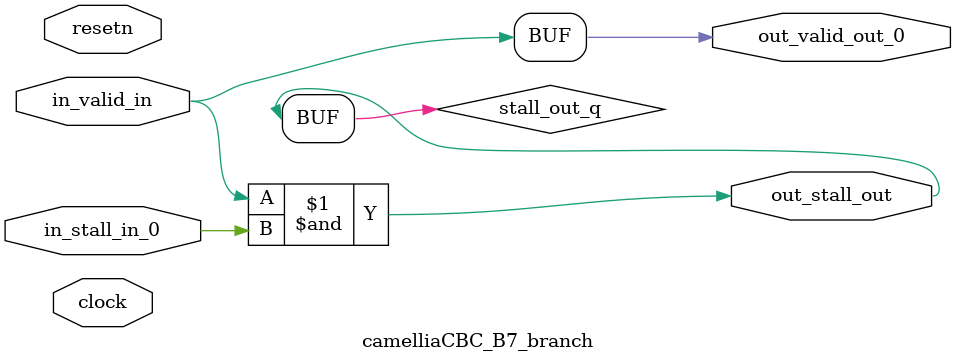
<source format=sv>



(* altera_attribute = "-name AUTO_SHIFT_REGISTER_RECOGNITION OFF; -name MESSAGE_DISABLE 10036; -name MESSAGE_DISABLE 10037; -name MESSAGE_DISABLE 14130; -name MESSAGE_DISABLE 14320; -name MESSAGE_DISABLE 15400; -name MESSAGE_DISABLE 14130; -name MESSAGE_DISABLE 10036; -name MESSAGE_DISABLE 12020; -name MESSAGE_DISABLE 12030; -name MESSAGE_DISABLE 12010; -name MESSAGE_DISABLE 12110; -name MESSAGE_DISABLE 14320; -name MESSAGE_DISABLE 13410; -name MESSAGE_DISABLE 113007; -name MESSAGE_DISABLE 10958" *)
module camelliaCBC_B7_branch (
    input wire [0:0] in_stall_in_0,
    input wire [0:0] in_valid_in,
    output wire [0:0] out_stall_out,
    output wire [0:0] out_valid_out_0,
    input wire clock,
    input wire resetn
    );

    wire [0:0] stall_out_q;


    // stall_out(LOGICAL,6)
    assign stall_out_q = in_valid_in & in_stall_in_0;

    // out_stall_out(GPOUT,4)
    assign out_stall_out = stall_out_q;

    // out_valid_out_0(GPOUT,5)
    assign out_valid_out_0 = in_valid_in;

endmodule

</source>
